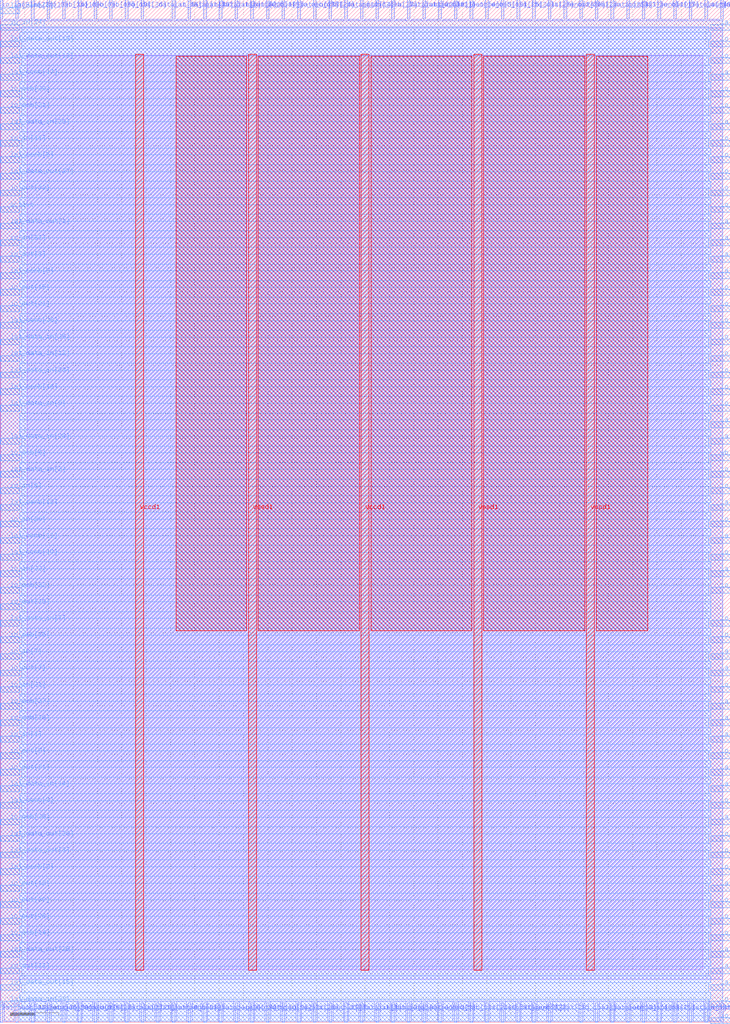
<source format=lef>
VERSION 5.7 ;
  NOWIREEXTENSIONATPIN ON ;
  DIVIDERCHAR "/" ;
  BUSBITCHARS "[]" ;
MACRO wrapped_rgb_mixer
  CLASS BLOCK ;
  FOREIGN wrapped_rgb_mixer ;
  ORIGIN 0.000 0.000 ;
  SIZE 150.000 BY 210.000 ;
  PIN active
    DIRECTION INPUT ;
    USE SIGNAL ;
    PORT
      LAYER met3 ;
        RECT 0.000 166.340 4.000 167.540 ;
    END
  END active
  PIN io_in[0]
    DIRECTION INPUT ;
    USE SIGNAL ;
    PORT
      LAYER met2 ;
        RECT 54.690 0.000 55.250 4.000 ;
    END
  END io_in[0]
  PIN io_in[10]
    DIRECTION INPUT ;
    USE SIGNAL ;
    PORT
      LAYER met2 ;
        RECT 70.790 206.000 71.350 210.000 ;
    END
  END io_in[10]
  PIN io_in[11]
    DIRECTION INPUT ;
    USE SIGNAL ;
    PORT
      LAYER met3 ;
        RECT 0.000 179.940 4.000 181.140 ;
    END
  END io_in[11]
  PIN io_in[12]
    DIRECTION INPUT ;
    USE SIGNAL ;
    PORT
      LAYER met3 ;
        RECT 146.000 179.940 150.000 181.140 ;
    END
  END io_in[12]
  PIN io_in[13]
    DIRECTION INPUT ;
    USE SIGNAL ;
    PORT
      LAYER met2 ;
        RECT 83.670 0.000 84.230 4.000 ;
    END
  END io_in[13]
  PIN io_in[14]
    DIRECTION INPUT ;
    USE SIGNAL ;
    PORT
      LAYER met2 ;
        RECT 38.590 206.000 39.150 210.000 ;
    END
  END io_in[14]
  PIN io_in[15]
    DIRECTION INPUT ;
    USE SIGNAL ;
    PORT
      LAYER met3 ;
        RECT 146.000 186.740 150.000 187.940 ;
    END
  END io_in[15]
  PIN io_in[16]
    DIRECTION INPUT ;
    USE SIGNAL ;
    PORT
      LAYER met3 ;
        RECT 146.000 43.940 150.000 45.140 ;
    END
  END io_in[16]
  PIN io_in[17]
    DIRECTION INPUT ;
    USE SIGNAL ;
    PORT
      LAYER met2 ;
        RECT 6.390 206.000 6.950 210.000 ;
    END
  END io_in[17]
  PIN io_in[18]
    DIRECTION INPUT ;
    USE SIGNAL ;
    PORT
      LAYER met2 ;
        RECT 12.830 206.000 13.390 210.000 ;
    END
  END io_in[18]
  PIN io_in[19]
    DIRECTION INPUT ;
    USE SIGNAL ;
    PORT
      LAYER met3 ;
        RECT 146.000 3.140 150.000 4.340 ;
    END
  END io_in[19]
  PIN io_in[1]
    DIRECTION INPUT ;
    USE SIGNAL ;
    PORT
      LAYER met3 ;
        RECT 0.000 57.540 4.000 58.740 ;
    END
  END io_in[1]
  PIN io_in[20]
    DIRECTION INPUT ;
    USE SIGNAL ;
    PORT
      LAYER met3 ;
        RECT 0.000 101.740 4.000 102.940 ;
    END
  END io_in[20]
  PIN io_in[21]
    DIRECTION INPUT ;
    USE SIGNAL ;
    PORT
      LAYER met3 ;
        RECT 0.000 67.740 4.000 68.940 ;
    END
  END io_in[21]
  PIN io_in[22]
    DIRECTION INPUT ;
    USE SIGNAL ;
    PORT
      LAYER met3 ;
        RECT 146.000 88.140 150.000 89.340 ;
    END
  END io_in[22]
  PIN io_in[23]
    DIRECTION INPUT ;
    USE SIGNAL ;
    PORT
      LAYER met2 ;
        RECT 3.170 206.000 3.730 210.000 ;
    END
  END io_in[23]
  PIN io_in[24]
    DIRECTION INPUT ;
    USE SIGNAL ;
    PORT
      LAYER met3 ;
        RECT 0.000 203.740 4.000 204.940 ;
    END
  END io_in[24]
  PIN io_in[25]
    DIRECTION INPUT ;
    USE SIGNAL ;
    PORT
      LAYER met2 ;
        RECT 135.190 0.000 135.750 4.000 ;
    END
  END io_in[25]
  PIN io_in[26]
    DIRECTION INPUT ;
    USE SIGNAL ;
    PORT
      LAYER met2 ;
        RECT 131.970 0.000 132.530 4.000 ;
    END
  END io_in[26]
  PIN io_in[27]
    DIRECTION INPUT ;
    USE SIGNAL ;
    PORT
      LAYER met3 ;
        RECT 146.000 67.740 150.000 68.940 ;
    END
  END io_in[27]
  PIN io_in[28]
    DIRECTION INPUT ;
    USE SIGNAL ;
    PORT
      LAYER met2 ;
        RECT 119.090 0.000 119.650 4.000 ;
    END
  END io_in[28]
  PIN io_in[29]
    DIRECTION INPUT ;
    USE SIGNAL ;
    PORT
      LAYER met2 ;
        RECT 148.070 206.000 148.630 210.000 ;
    END
  END io_in[29]
  PIN io_in[2]
    DIRECTION INPUT ;
    USE SIGNAL ;
    PORT
      LAYER met2 ;
        RECT 57.910 0.000 58.470 4.000 ;
    END
  END io_in[2]
  PIN io_in[30]
    DIRECTION INPUT ;
    USE SIGNAL ;
    PORT
      LAYER met3 ;
        RECT 146.000 101.740 150.000 102.940 ;
    END
  END io_in[30]
  PIN io_in[31]
    DIRECTION INPUT ;
    USE SIGNAL ;
    PORT
      LAYER met3 ;
        RECT 0.000 159.540 4.000 160.740 ;
    END
  END io_in[31]
  PIN io_in[32]
    DIRECTION INPUT ;
    USE SIGNAL ;
    PORT
      LAYER met2 ;
        RECT 109.430 0.000 109.990 4.000 ;
    END
  END io_in[32]
  PIN io_in[33]
    DIRECTION INPUT ;
    USE SIGNAL ;
    PORT
      LAYER met3 ;
        RECT 0.000 91.540 4.000 92.740 ;
    END
  END io_in[33]
  PIN io_in[34]
    DIRECTION INPUT ;
    USE SIGNAL ;
    PORT
      LAYER met2 ;
        RECT 106.210 206.000 106.770 210.000 ;
    END
  END io_in[34]
  PIN io_in[35]
    DIRECTION INPUT ;
    USE SIGNAL ;
    PORT
      LAYER met2 ;
        RECT 125.530 206.000 126.090 210.000 ;
    END
  END io_in[35]
  PIN io_in[36]
    DIRECTION INPUT ;
    USE SIGNAL ;
    PORT
      LAYER met3 ;
        RECT 146.000 142.540 150.000 143.740 ;
    END
  END io_in[36]
  PIN io_in[37]
    DIRECTION INPUT ;
    USE SIGNAL ;
    PORT
      LAYER met2 ;
        RECT 128.750 206.000 129.310 210.000 ;
    END
  END io_in[37]
  PIN io_in[3]
    DIRECTION INPUT ;
    USE SIGNAL ;
    PORT
      LAYER met2 ;
        RECT 74.010 206.000 74.570 210.000 ;
    END
  END io_in[3]
  PIN io_in[4]
    DIRECTION INPUT ;
    USE SIGNAL ;
    PORT
      LAYER met3 ;
        RECT 146.000 139.140 150.000 140.340 ;
    END
  END io_in[4]
  PIN io_in[5]
    DIRECTION INPUT ;
    USE SIGNAL ;
    PORT
      LAYER met3 ;
        RECT 146.000 200.340 150.000 201.540 ;
    END
  END io_in[5]
  PIN io_in[6]
    DIRECTION INPUT ;
    USE SIGNAL ;
    PORT
      LAYER met3 ;
        RECT 0.000 108.540 4.000 109.740 ;
    END
  END io_in[6]
  PIN io_in[7]
    DIRECTION INPUT ;
    USE SIGNAL ;
    PORT
      LAYER met3 ;
        RECT 0.000 74.540 4.000 75.740 ;
    END
  END io_in[7]
  PIN io_in[8]
    DIRECTION INPUT ;
    USE SIGNAL ;
    PORT
      LAYER met3 ;
        RECT 146.000 149.340 150.000 150.540 ;
    END
  END io_in[8]
  PIN io_in[9]
    DIRECTION INPUT ;
    USE SIGNAL ;
    PORT
      LAYER met2 ;
        RECT -0.050 206.000 0.510 210.000 ;
    END
  END io_in[9]
  PIN io_oeb[0]
    DIRECTION OUTPUT TRISTATE ;
    USE SIGNAL ;
    PORT
      LAYER met2 ;
        RECT 93.330 0.000 93.890 4.000 ;
    END
  END io_oeb[0]
  PIN io_oeb[10]
    DIRECTION OUTPUT TRISTATE ;
    USE SIGNAL ;
    PORT
      LAYER met3 ;
        RECT 0.000 60.940 4.000 62.140 ;
    END
  END io_oeb[10]
  PIN io_oeb[11]
    DIRECTION OUTPUT TRISTATE ;
    USE SIGNAL ;
    PORT
      LAYER met3 ;
        RECT 146.000 132.340 150.000 133.540 ;
    END
  END io_oeb[11]
  PIN io_oeb[12]
    DIRECTION OUTPUT TRISTATE ;
    USE SIGNAL ;
    PORT
      LAYER met3 ;
        RECT 146.000 81.340 150.000 82.540 ;
    END
  END io_oeb[12]
  PIN io_oeb[13]
    DIRECTION OUTPUT TRISTATE ;
    USE SIGNAL ;
    PORT
      LAYER met3 ;
        RECT 146.000 77.940 150.000 79.140 ;
    END
  END io_oeb[13]
  PIN io_oeb[14]
    DIRECTION OUTPUT TRISTATE ;
    USE SIGNAL ;
    PORT
      LAYER met3 ;
        RECT 0.000 16.740 4.000 17.940 ;
    END
  END io_oeb[14]
  PIN io_oeb[15]
    DIRECTION OUTPUT TRISTATE ;
    USE SIGNAL ;
    PORT
      LAYER met2 ;
        RECT 19.270 206.000 19.830 210.000 ;
    END
  END io_oeb[15]
  PIN io_oeb[16]
    DIRECTION OUTPUT TRISTATE ;
    USE SIGNAL ;
    PORT
      LAYER met3 ;
        RECT 146.000 37.140 150.000 38.340 ;
    END
  END io_oeb[16]
  PIN io_oeb[17]
    DIRECTION OUTPUT TRISTATE ;
    USE SIGNAL ;
    PORT
      LAYER met2 ;
        RECT 48.250 0.000 48.810 4.000 ;
    END
  END io_oeb[17]
  PIN io_oeb[18]
    DIRECTION OUTPUT TRISTATE ;
    USE SIGNAL ;
    PORT
      LAYER met2 ;
        RECT 99.770 206.000 100.330 210.000 ;
    END
  END io_oeb[18]
  PIN io_oeb[19]
    DIRECTION OUTPUT TRISTATE ;
    USE SIGNAL ;
    PORT
      LAYER met2 ;
        RECT 22.490 206.000 23.050 210.000 ;
    END
  END io_oeb[19]
  PIN io_oeb[1]
    DIRECTION OUTPUT TRISTATE ;
    USE SIGNAL ;
    PORT
      LAYER met2 ;
        RECT 141.630 0.000 142.190 4.000 ;
    END
  END io_oeb[1]
  PIN io_oeb[20]
    DIRECTION OUTPUT TRISTATE ;
    USE SIGNAL ;
    PORT
      LAYER met3 ;
        RECT 146.000 108.540 150.000 109.740 ;
    END
  END io_oeb[20]
  PIN io_oeb[21]
    DIRECTION OUTPUT TRISTATE ;
    USE SIGNAL ;
    PORT
      LAYER met3 ;
        RECT 0.000 186.740 4.000 187.940 ;
    END
  END io_oeb[21]
  PIN io_oeb[22]
    DIRECTION OUTPUT TRISTATE ;
    USE SIGNAL ;
    PORT
      LAYER met2 ;
        RECT 19.270 0.000 19.830 4.000 ;
    END
  END io_oeb[22]
  PIN io_oeb[23]
    DIRECTION OUTPUT TRISTATE ;
    USE SIGNAL ;
    PORT
      LAYER met2 ;
        RECT 61.130 206.000 61.690 210.000 ;
    END
  END io_oeb[23]
  PIN io_oeb[24]
    DIRECTION OUTPUT TRISTATE ;
    USE SIGNAL ;
    PORT
      LAYER met2 ;
        RECT 64.350 206.000 64.910 210.000 ;
    END
  END io_oeb[24]
  PIN io_oeb[25]
    DIRECTION OUTPUT TRISTATE ;
    USE SIGNAL ;
    PORT
      LAYER met3 ;
        RECT 146.000 20.140 150.000 21.340 ;
    END
  END io_oeb[25]
  PIN io_oeb[26]
    DIRECTION OUTPUT TRISTATE ;
    USE SIGNAL ;
    PORT
      LAYER met3 ;
        RECT 146.000 169.740 150.000 170.940 ;
    END
  END io_oeb[26]
  PIN io_oeb[27]
    DIRECTION OUTPUT TRISTATE ;
    USE SIGNAL ;
    PORT
      LAYER met2 ;
        RECT 77.230 206.000 77.790 210.000 ;
    END
  END io_oeb[27]
  PIN io_oeb[28]
    DIRECTION OUTPUT TRISTATE ;
    USE SIGNAL ;
    PORT
      LAYER met3 ;
        RECT 146.000 -0.260 150.000 0.940 ;
    END
  END io_oeb[28]
  PIN io_oeb[29]
    DIRECTION OUTPUT TRISTATE ;
    USE SIGNAL ;
    PORT
      LAYER met3 ;
        RECT 146.000 145.940 150.000 147.140 ;
    END
  END io_oeb[29]
  PIN io_oeb[2]
    DIRECTION OUTPUT TRISTATE ;
    USE SIGNAL ;
    PORT
      LAYER met2 ;
        RECT 119.090 206.000 119.650 210.000 ;
    END
  END io_oeb[2]
  PIN io_oeb[30]
    DIRECTION OUTPUT TRISTATE ;
    USE SIGNAL ;
    PORT
      LAYER met3 ;
        RECT 0.000 190.140 4.000 191.340 ;
    END
  END io_oeb[30]
  PIN io_oeb[31]
    DIRECTION OUTPUT TRISTATE ;
    USE SIGNAL ;
    PORT
      LAYER met2 ;
        RECT 148.070 0.000 148.630 4.000 ;
    END
  END io_oeb[31]
  PIN io_oeb[32]
    DIRECTION OUTPUT TRISTATE ;
    USE SIGNAL ;
    PORT
      LAYER met3 ;
        RECT 0.000 88.140 4.000 89.340 ;
    END
  END io_oeb[32]
  PIN io_oeb[33]
    DIRECTION OUTPUT TRISTATE ;
    USE SIGNAL ;
    PORT
      LAYER met3 ;
        RECT 146.000 23.540 150.000 24.740 ;
    END
  END io_oeb[33]
  PIN io_oeb[34]
    DIRECTION OUTPUT TRISTATE ;
    USE SIGNAL ;
    PORT
      LAYER met2 ;
        RECT 9.610 206.000 10.170 210.000 ;
    END
  END io_oeb[34]
  PIN io_oeb[35]
    DIRECTION OUTPUT TRISTATE ;
    USE SIGNAL ;
    PORT
      LAYER met3 ;
        RECT 0.000 77.940 4.000 79.140 ;
    END
  END io_oeb[35]
  PIN io_oeb[36]
    DIRECTION OUTPUT TRISTATE ;
    USE SIGNAL ;
    PORT
      LAYER met3 ;
        RECT 0.000 40.540 4.000 41.740 ;
    END
  END io_oeb[36]
  PIN io_oeb[37]
    DIRECTION OUTPUT TRISTATE ;
    USE SIGNAL ;
    PORT
      LAYER met3 ;
        RECT 0.000 64.340 4.000 65.540 ;
    END
  END io_oeb[37]
  PIN io_oeb[3]
    DIRECTION OUTPUT TRISTATE ;
    USE SIGNAL ;
    PORT
      LAYER met2 ;
        RECT 90.110 0.000 90.670 4.000 ;
    END
  END io_oeb[3]
  PIN io_oeb[4]
    DIRECTION OUTPUT TRISTATE ;
    USE SIGNAL ;
    PORT
      LAYER met3 ;
        RECT 146.000 30.340 150.000 31.540 ;
    END
  END io_oeb[4]
  PIN io_oeb[5]
    DIRECTION OUTPUT TRISTATE ;
    USE SIGNAL ;
    PORT
      LAYER met3 ;
        RECT 0.000 115.340 4.000 116.540 ;
    END
  END io_oeb[5]
  PIN io_oeb[6]
    DIRECTION OUTPUT TRISTATE ;
    USE SIGNAL ;
    PORT
      LAYER met3 ;
        RECT 146.000 94.940 150.000 96.140 ;
    END
  END io_oeb[6]
  PIN io_oeb[7]
    DIRECTION OUTPUT TRISTATE ;
    USE SIGNAL ;
    PORT
      LAYER met2 ;
        RECT 16.050 206.000 16.610 210.000 ;
    END
  END io_oeb[7]
  PIN io_oeb[8]
    DIRECTION OUTPUT TRISTATE ;
    USE SIGNAL ;
    PORT
      LAYER met2 ;
        RECT 16.050 0.000 16.610 4.000 ;
    END
  END io_oeb[8]
  PIN io_oeb[9]
    DIRECTION OUTPUT TRISTATE ;
    USE SIGNAL ;
    PORT
      LAYER met2 ;
        RECT 38.590 0.000 39.150 4.000 ;
    END
  END io_oeb[9]
  PIN io_out[0]
    DIRECTION OUTPUT TRISTATE ;
    USE SIGNAL ;
    PORT
      LAYER met3 ;
        RECT 146.000 196.940 150.000 198.140 ;
    END
  END io_out[0]
  PIN io_out[10]
    DIRECTION OUTPUT TRISTATE ;
    USE SIGNAL ;
    PORT
      LAYER met3 ;
        RECT 146.000 128.940 150.000 130.140 ;
    END
  END io_out[10]
  PIN io_out[11]
    DIRECTION OUTPUT TRISTATE ;
    USE SIGNAL ;
    PORT
      LAYER met3 ;
        RECT 0.000 9.940 4.000 11.140 ;
    END
  END io_out[11]
  PIN io_out[12]
    DIRECTION OUTPUT TRISTATE ;
    USE SIGNAL ;
    PORT
      LAYER met3 ;
        RECT 0.000 26.940 4.000 28.140 ;
    END
  END io_out[12]
  PIN io_out[13]
    DIRECTION OUTPUT TRISTATE ;
    USE SIGNAL ;
    PORT
      LAYER met2 ;
        RECT 144.850 0.000 145.410 4.000 ;
    END
  END io_out[13]
  PIN io_out[14]
    DIRECTION OUTPUT TRISTATE ;
    USE SIGNAL ;
    PORT
      LAYER met3 ;
        RECT 146.000 173.140 150.000 174.340 ;
    END
  END io_out[14]
  PIN io_out[15]
    DIRECTION OUTPUT TRISTATE ;
    USE SIGNAL ;
    PORT
      LAYER met3 ;
        RECT 0.000 149.340 4.000 150.540 ;
    END
  END io_out[15]
  PIN io_out[16]
    DIRECTION OUTPUT TRISTATE ;
    USE SIGNAL ;
    PORT
      LAYER met3 ;
        RECT 146.000 125.540 150.000 126.740 ;
    END
  END io_out[16]
  PIN io_out[17]
    DIRECTION OUTPUT TRISTATE ;
    USE SIGNAL ;
    PORT
      LAYER met2 ;
        RECT 135.190 206.000 135.750 210.000 ;
    END
  END io_out[17]
  PIN io_out[18]
    DIRECTION OUTPUT TRISTATE ;
    USE SIGNAL ;
    PORT
      LAYER met3 ;
        RECT 146.000 16.740 150.000 17.940 ;
    END
  END io_out[18]
  PIN io_out[19]
    DIRECTION OUTPUT TRISTATE ;
    USE SIGNAL ;
    PORT
      LAYER met3 ;
        RECT 0.000 84.740 4.000 85.940 ;
    END
  END io_out[19]
  PIN io_out[1]
    DIRECTION OUTPUT TRISTATE ;
    USE SIGNAL ;
    PORT
      LAYER met2 ;
        RECT 90.110 206.000 90.670 210.000 ;
    END
  END io_out[1]
  PIN io_out[20]
    DIRECTION OUTPUT TRISTATE ;
    USE SIGNAL ;
    PORT
      LAYER met2 ;
        RECT 115.870 206.000 116.430 210.000 ;
    END
  END io_out[20]
  PIN io_out[21]
    DIRECTION OUTPUT TRISTATE ;
    USE SIGNAL ;
    PORT
      LAYER met3 ;
        RECT 0.000 145.940 4.000 147.140 ;
    END
  END io_out[21]
  PIN io_out[22]
    DIRECTION OUTPUT TRISTATE ;
    USE SIGNAL ;
    PORT
      LAYER met2 ;
        RECT 112.650 0.000 113.210 4.000 ;
    END
  END io_out[22]
  PIN io_out[23]
    DIRECTION OUTPUT TRISTATE ;
    USE SIGNAL ;
    PORT
      LAYER met3 ;
        RECT 146.000 111.940 150.000 113.140 ;
    END
  END io_out[23]
  PIN io_out[24]
    DIRECTION OUTPUT TRISTATE ;
    USE SIGNAL ;
    PORT
      LAYER met2 ;
        RECT 96.550 0.000 97.110 4.000 ;
    END
  END io_out[24]
  PIN io_out[25]
    DIRECTION OUTPUT TRISTATE ;
    USE SIGNAL ;
    PORT
      LAYER met2 ;
        RECT 102.990 206.000 103.550 210.000 ;
    END
  END io_out[25]
  PIN io_out[26]
    DIRECTION OUTPUT TRISTATE ;
    USE SIGNAL ;
    PORT
      LAYER met3 ;
        RECT 0.000 20.140 4.000 21.340 ;
    END
  END io_out[26]
  PIN io_out[27]
    DIRECTION OUTPUT TRISTATE ;
    USE SIGNAL ;
    PORT
      LAYER met2 ;
        RECT 109.430 206.000 109.990 210.000 ;
    END
  END io_out[27]
  PIN io_out[28]
    DIRECTION OUTPUT TRISTATE ;
    USE SIGNAL ;
    PORT
      LAYER met2 ;
        RECT 61.130 0.000 61.690 4.000 ;
    END
  END io_out[28]
  PIN io_out[29]
    DIRECTION OUTPUT TRISTATE ;
    USE SIGNAL ;
    PORT
      LAYER met3 ;
        RECT 146.000 33.740 150.000 34.940 ;
    END
  END io_out[29]
  PIN io_out[2]
    DIRECTION OUTPUT TRISTATE ;
    USE SIGNAL ;
    PORT
      LAYER met2 ;
        RECT 25.710 0.000 26.270 4.000 ;
    END
  END io_out[2]
  PIN io_out[30]
    DIRECTION OUTPUT TRISTATE ;
    USE SIGNAL ;
    PORT
      LAYER met3 ;
        RECT 0.000 23.540 4.000 24.740 ;
    END
  END io_out[30]
  PIN io_out[31]
    DIRECTION OUTPUT TRISTATE ;
    USE SIGNAL ;
    PORT
      LAYER met3 ;
        RECT 0.000 50.740 4.000 51.940 ;
    END
  END io_out[31]
  PIN io_out[32]
    DIRECTION OUTPUT TRISTATE ;
    USE SIGNAL ;
    PORT
      LAYER met3 ;
        RECT 0.000 169.740 4.000 170.940 ;
    END
  END io_out[32]
  PIN io_out[33]
    DIRECTION OUTPUT TRISTATE ;
    USE SIGNAL ;
    PORT
      LAYER met3 ;
        RECT 146.000 54.140 150.000 55.340 ;
    END
  END io_out[33]
  PIN io_out[34]
    DIRECTION OUTPUT TRISTATE ;
    USE SIGNAL ;
    PORT
      LAYER met3 ;
        RECT 146.000 176.540 150.000 177.740 ;
    END
  END io_out[34]
  PIN io_out[35]
    DIRECTION OUTPUT TRISTATE ;
    USE SIGNAL ;
    PORT
      LAYER met3 ;
        RECT 146.000 166.340 150.000 167.540 ;
    END
  END io_out[35]
  PIN io_out[36]
    DIRECTION OUTPUT TRISTATE ;
    USE SIGNAL ;
    PORT
      LAYER met2 ;
        RECT 25.710 206.000 26.270 210.000 ;
    END
  END io_out[36]
  PIN io_out[37]
    DIRECTION OUTPUT TRISTATE ;
    USE SIGNAL ;
    PORT
      LAYER met3 ;
        RECT 146.000 190.140 150.000 191.340 ;
    END
  END io_out[37]
  PIN io_out[3]
    DIRECTION OUTPUT TRISTATE ;
    USE SIGNAL ;
    PORT
      LAYER met3 ;
        RECT 0.000 156.140 4.000 157.340 ;
    END
  END io_out[3]
  PIN io_out[4]
    DIRECTION OUTPUT TRISTATE ;
    USE SIGNAL ;
    PORT
      LAYER met3 ;
        RECT 146.000 135.740 150.000 136.940 ;
    END
  END io_out[4]
  PIN io_out[5]
    DIRECTION OUTPUT TRISTATE ;
    USE SIGNAL ;
    PORT
      LAYER met2 ;
        RECT 54.690 206.000 55.250 210.000 ;
    END
  END io_out[5]
  PIN io_out[6]
    DIRECTION OUTPUT TRISTATE ;
    USE SIGNAL ;
    PORT
      LAYER met2 ;
        RECT 141.630 206.000 142.190 210.000 ;
    END
  END io_out[6]
  PIN io_out[7]
    DIRECTION OUTPUT TRISTATE ;
    USE SIGNAL ;
    PORT
      LAYER met3 ;
        RECT 0.000 71.140 4.000 72.340 ;
    END
  END io_out[7]
  PIN io_out[8]
    DIRECTION OUTPUT TRISTATE ;
    USE SIGNAL ;
    PORT
      LAYER met2 ;
        RECT 67.570 0.000 68.130 4.000 ;
    END
  END io_out[8]
  PIN io_out[9]
    DIRECTION OUTPUT TRISTATE ;
    USE SIGNAL ;
    PORT
      LAYER met3 ;
        RECT 0.000 54.140 4.000 55.340 ;
    END
  END io_out[9]
  PIN la1_data_in[0]
    DIRECTION INPUT ;
    USE SIGNAL ;
    PORT
      LAYER met3 ;
        RECT 146.000 57.540 150.000 58.740 ;
    END
  END la1_data_in[0]
  PIN la1_data_in[10]
    DIRECTION INPUT ;
    USE SIGNAL ;
    PORT
      LAYER met2 ;
        RECT 77.230 0.000 77.790 4.000 ;
    END
  END la1_data_in[10]
  PIN la1_data_in[11]
    DIRECTION INPUT ;
    USE SIGNAL ;
    PORT
      LAYER met3 ;
        RECT 146.000 50.740 150.000 51.940 ;
    END
  END la1_data_in[11]
  PIN la1_data_in[12]
    DIRECTION INPUT ;
    USE SIGNAL ;
    PORT
      LAYER met3 ;
        RECT 0.000 135.740 4.000 136.940 ;
    END
  END la1_data_in[12]
  PIN la1_data_in[13]
    DIRECTION INPUT ;
    USE SIGNAL ;
    PORT
      LAYER met2 ;
        RECT 122.310 0.000 122.870 4.000 ;
    END
  END la1_data_in[13]
  PIN la1_data_in[14]
    DIRECTION INPUT ;
    USE SIGNAL ;
    PORT
      LAYER met3 ;
        RECT 0.000 47.340 4.000 48.540 ;
    END
  END la1_data_in[14]
  PIN la1_data_in[15]
    DIRECTION INPUT ;
    USE SIGNAL ;
    PORT
      LAYER met2 ;
        RECT 28.930 206.000 29.490 210.000 ;
    END
  END la1_data_in[15]
  PIN la1_data_in[16]
    DIRECTION INPUT ;
    USE SIGNAL ;
    PORT
      LAYER met2 ;
        RECT 83.670 206.000 84.230 210.000 ;
    END
  END la1_data_in[16]
  PIN la1_data_in[17]
    DIRECTION INPUT ;
    USE SIGNAL ;
    PORT
      LAYER met2 ;
        RECT 57.910 206.000 58.470 210.000 ;
    END
  END la1_data_in[17]
  PIN la1_data_in[18]
    DIRECTION INPUT ;
    USE SIGNAL ;
    PORT
      LAYER met3 ;
        RECT 146.000 6.540 150.000 7.740 ;
    END
  END la1_data_in[18]
  PIN la1_data_in[19]
    DIRECTION INPUT ;
    USE SIGNAL ;
    PORT
      LAYER met2 ;
        RECT 35.370 206.000 35.930 210.000 ;
    END
  END la1_data_in[19]
  PIN la1_data_in[1]
    DIRECTION INPUT ;
    USE SIGNAL ;
    PORT
      LAYER met2 ;
        RECT 70.790 0.000 71.350 4.000 ;
    END
  END la1_data_in[1]
  PIN la1_data_in[20]
    DIRECTION INPUT ;
    USE SIGNAL ;
    PORT
      LAYER met3 ;
        RECT 0.000 132.340 4.000 133.540 ;
    END
  END la1_data_in[20]
  PIN la1_data_in[21]
    DIRECTION INPUT ;
    USE SIGNAL ;
    PORT
      LAYER met2 ;
        RECT 144.850 206.000 145.410 210.000 ;
    END
  END la1_data_in[21]
  PIN la1_data_in[22]
    DIRECTION INPUT ;
    USE SIGNAL ;
    PORT
      LAYER met3 ;
        RECT 146.000 60.940 150.000 62.140 ;
    END
  END la1_data_in[22]
  PIN la1_data_in[23]
    DIRECTION INPUT ;
    USE SIGNAL ;
    PORT
      LAYER met3 ;
        RECT 0.000 3.140 4.000 4.340 ;
    END
  END la1_data_in[23]
  PIN la1_data_in[24]
    DIRECTION INPUT ;
    USE SIGNAL ;
    PORT
      LAYER met2 ;
        RECT 51.470 0.000 52.030 4.000 ;
    END
  END la1_data_in[24]
  PIN la1_data_in[25]
    DIRECTION INPUT ;
    USE SIGNAL ;
    PORT
      LAYER met3 ;
        RECT 0.000 139.140 4.000 140.340 ;
    END
  END la1_data_in[25]
  PIN la1_data_in[26]
    DIRECTION INPUT ;
    USE SIGNAL ;
    PORT
      LAYER met3 ;
        RECT 146.000 40.540 150.000 41.740 ;
    END
  END la1_data_in[26]
  PIN la1_data_in[27]
    DIRECTION INPUT ;
    USE SIGNAL ;
    PORT
      LAYER met2 ;
        RECT 102.990 0.000 103.550 4.000 ;
    END
  END la1_data_in[27]
  PIN la1_data_in[28]
    DIRECTION INPUT ;
    USE SIGNAL ;
    PORT
      LAYER met3 ;
        RECT 0.000 118.740 4.000 119.940 ;
    END
  END la1_data_in[28]
  PIN la1_data_in[29]
    DIRECTION INPUT ;
    USE SIGNAL ;
    PORT
      LAYER met3 ;
        RECT 0.000 183.340 4.000 184.540 ;
    END
  END la1_data_in[29]
  PIN la1_data_in[2]
    DIRECTION INPUT ;
    USE SIGNAL ;
    PORT
      LAYER met2 ;
        RECT 41.810 0.000 42.370 4.000 ;
    END
  END la1_data_in[2]
  PIN la1_data_in[30]
    DIRECTION INPUT ;
    USE SIGNAL ;
    PORT
      LAYER met2 ;
        RECT 6.390 0.000 6.950 4.000 ;
    END
  END la1_data_in[30]
  PIN la1_data_in[31]
    DIRECTION INPUT ;
    USE SIGNAL ;
    PORT
      LAYER met2 ;
        RECT 138.410 0.000 138.970 4.000 ;
    END
  END la1_data_in[31]
  PIN la1_data_in[3]
    DIRECTION INPUT ;
    USE SIGNAL ;
    PORT
      LAYER met3 ;
        RECT 0.000 111.940 4.000 113.140 ;
    END
  END la1_data_in[3]
  PIN la1_data_in[4]
    DIRECTION INPUT ;
    USE SIGNAL ;
    PORT
      LAYER met2 ;
        RECT 122.310 206.000 122.870 210.000 ;
    END
  END la1_data_in[4]
  PIN la1_data_in[5]
    DIRECTION INPUT ;
    USE SIGNAL ;
    PORT
      LAYER met3 ;
        RECT 146.000 118.740 150.000 119.940 ;
    END
  END la1_data_in[5]
  PIN la1_data_in[6]
    DIRECTION INPUT ;
    USE SIGNAL ;
    PORT
      LAYER met2 ;
        RECT 41.810 206.000 42.370 210.000 ;
    END
  END la1_data_in[6]
  PIN la1_data_in[7]
    DIRECTION INPUT ;
    USE SIGNAL ;
    PORT
      LAYER met3 ;
        RECT 0.000 81.340 4.000 82.540 ;
    END
  END la1_data_in[7]
  PIN la1_data_in[8]
    DIRECTION INPUT ;
    USE SIGNAL ;
    PORT
      LAYER met2 ;
        RECT 45.030 206.000 45.590 210.000 ;
    END
  END la1_data_in[8]
  PIN la1_data_in[9]
    DIRECTION INPUT ;
    USE SIGNAL ;
    PORT
      LAYER met3 ;
        RECT 0.000 125.540 4.000 126.740 ;
    END
  END la1_data_in[9]
  PIN la1_data_out[0]
    DIRECTION OUTPUT TRISTATE ;
    USE SIGNAL ;
    PORT
      LAYER met2 ;
        RECT 28.930 0.000 29.490 4.000 ;
    END
  END la1_data_out[0]
  PIN la1_data_out[10]
    DIRECTION OUTPUT TRISTATE ;
    USE SIGNAL ;
    PORT
      LAYER met3 ;
        RECT 146.000 71.140 150.000 72.340 ;
    END
  END la1_data_out[10]
  PIN la1_data_out[11]
    DIRECTION OUTPUT TRISTATE ;
    USE SIGNAL ;
    PORT
      LAYER met2 ;
        RECT 80.450 0.000 81.010 4.000 ;
    END
  END la1_data_out[11]
  PIN la1_data_out[12]
    DIRECTION OUTPUT TRISTATE ;
    USE SIGNAL ;
    PORT
      LAYER met3 ;
        RECT 146.000 193.540 150.000 194.740 ;
    END
  END la1_data_out[12]
  PIN la1_data_out[13]
    DIRECTION OUTPUT TRISTATE ;
    USE SIGNAL ;
    PORT
      LAYER met3 ;
        RECT 0.000 196.940 4.000 198.140 ;
    END
  END la1_data_out[13]
  PIN la1_data_out[14]
    DIRECTION OUTPUT TRISTATE ;
    USE SIGNAL ;
    PORT
      LAYER met2 ;
        RECT 67.570 206.000 68.130 210.000 ;
    END
  END la1_data_out[14]
  PIN la1_data_out[15]
    DIRECTION OUTPUT TRISTATE ;
    USE SIGNAL ;
    PORT
      LAYER met3 ;
        RECT 0.000 6.540 4.000 7.740 ;
    END
  END la1_data_out[15]
  PIN la1_data_out[16]
    DIRECTION OUTPUT TRISTATE ;
    USE SIGNAL ;
    PORT
      LAYER met3 ;
        RECT 146.000 91.540 150.000 92.740 ;
    END
  END la1_data_out[16]
  PIN la1_data_out[17]
    DIRECTION OUTPUT TRISTATE ;
    USE SIGNAL ;
    PORT
      LAYER met3 ;
        RECT 146.000 159.540 150.000 160.740 ;
    END
  END la1_data_out[17]
  PIN la1_data_out[18]
    DIRECTION OUTPUT TRISTATE ;
    USE SIGNAL ;
    PORT
      LAYER met3 ;
        RECT 0.000 200.340 4.000 201.540 ;
    END
  END la1_data_out[18]
  PIN la1_data_out[19]
    DIRECTION OUTPUT TRISTATE ;
    USE SIGNAL ;
    PORT
      LAYER met3 ;
        RECT 146.000 122.140 150.000 123.340 ;
    END
  END la1_data_out[19]
  PIN la1_data_out[1]
    DIRECTION OUTPUT TRISTATE ;
    USE SIGNAL ;
    PORT
      LAYER met3 ;
        RECT 0.000 162.940 4.000 164.140 ;
    END
  END la1_data_out[1]
  PIN la1_data_out[20]
    DIRECTION OUTPUT TRISTATE ;
    USE SIGNAL ;
    PORT
      LAYER met3 ;
        RECT 0.000 37.140 4.000 38.340 ;
    END
  END la1_data_out[20]
  PIN la1_data_out[21]
    DIRECTION OUTPUT TRISTATE ;
    USE SIGNAL ;
    PORT
      LAYER met3 ;
        RECT 146.000 183.340 150.000 184.540 ;
    END
  END la1_data_out[21]
  PIN la1_data_out[22]
    DIRECTION OUTPUT TRISTATE ;
    USE SIGNAL ;
    PORT
      LAYER met2 ;
        RECT 80.450 206.000 81.010 210.000 ;
    END
  END la1_data_out[22]
  PIN la1_data_out[23]
    DIRECTION OUTPUT TRISTATE ;
    USE SIGNAL ;
    PORT
      LAYER met2 ;
        RECT 45.030 0.000 45.590 4.000 ;
    END
  END la1_data_out[23]
  PIN la1_data_out[24]
    DIRECTION OUTPUT TRISTATE ;
    USE SIGNAL ;
    PORT
      LAYER met3 ;
        RECT 146.000 98.340 150.000 99.540 ;
    END
  END la1_data_out[24]
  PIN la1_data_out[25]
    DIRECTION OUTPUT TRISTATE ;
    USE SIGNAL ;
    PORT
      LAYER met3 ;
        RECT 0.000 13.340 4.000 14.540 ;
    END
  END la1_data_out[25]
  PIN la1_data_out[26]
    DIRECTION OUTPUT TRISTATE ;
    USE SIGNAL ;
    PORT
      LAYER met3 ;
        RECT 146.000 47.340 150.000 48.540 ;
    END
  END la1_data_out[26]
  PIN la1_data_out[27]
    DIRECTION OUTPUT TRISTATE ;
    USE SIGNAL ;
    PORT
      LAYER met3 ;
        RECT 0.000 173.140 4.000 174.340 ;
    END
  END la1_data_out[27]
  PIN la1_data_out[28]
    DIRECTION OUTPUT TRISTATE ;
    USE SIGNAL ;
    PORT
      LAYER met3 ;
        RECT 146.000 9.940 150.000 11.140 ;
    END
  END la1_data_out[28]
  PIN la1_data_out[29]
    DIRECTION OUTPUT TRISTATE ;
    USE SIGNAL ;
    PORT
      LAYER met2 ;
        RECT 22.490 0.000 23.050 4.000 ;
    END
  END la1_data_out[29]
  PIN la1_data_out[2]
    DIRECTION OUTPUT TRISTATE ;
    USE SIGNAL ;
    PORT
      LAYER met2 ;
        RECT 74.010 0.000 74.570 4.000 ;
    END
  END la1_data_out[2]
  PIN la1_data_out[30]
    DIRECTION OUTPUT TRISTATE ;
    USE SIGNAL ;
    PORT
      LAYER met3 ;
        RECT 146.000 74.540 150.000 75.740 ;
    END
  END la1_data_out[30]
  PIN la1_data_out[31]
    DIRECTION OUTPUT TRISTATE ;
    USE SIGNAL ;
    PORT
      LAYER met3 ;
        RECT 146.000 203.740 150.000 204.940 ;
    END
  END la1_data_out[31]
  PIN la1_data_out[3]
    DIRECTION OUTPUT TRISTATE ;
    USE SIGNAL ;
    PORT
      LAYER met3 ;
        RECT 0.000 33.740 4.000 34.940 ;
    END
  END la1_data_out[3]
  PIN la1_data_out[4]
    DIRECTION OUTPUT TRISTATE ;
    USE SIGNAL ;
    PORT
      LAYER met3 ;
        RECT 146.000 13.340 150.000 14.540 ;
    END
  END la1_data_out[4]
  PIN la1_data_out[5]
    DIRECTION OUTPUT TRISTATE ;
    USE SIGNAL ;
    PORT
      LAYER met2 ;
        RECT 12.830 0.000 13.390 4.000 ;
    END
  END la1_data_out[5]
  PIN la1_data_out[6]
    DIRECTION OUTPUT TRISTATE ;
    USE SIGNAL ;
    PORT
      LAYER met3 ;
        RECT 146.000 105.140 150.000 106.340 ;
    END
  END la1_data_out[6]
  PIN la1_data_out[7]
    DIRECTION OUTPUT TRISTATE ;
    USE SIGNAL ;
    PORT
      LAYER met2 ;
        RECT 3.170 0.000 3.730 4.000 ;
    END
  END la1_data_out[7]
  PIN la1_data_out[8]
    DIRECTION OUTPUT TRISTATE ;
    USE SIGNAL ;
    PORT
      LAYER met3 ;
        RECT 146.000 162.940 150.000 164.140 ;
    END
  END la1_data_out[8]
  PIN la1_data_out[9]
    DIRECTION OUTPUT TRISTATE ;
    USE SIGNAL ;
    PORT
      LAYER met2 ;
        RECT 138.410 206.000 138.970 210.000 ;
    END
  END la1_data_out[9]
  PIN la1_oenb[0]
    DIRECTION INPUT ;
    USE SIGNAL ;
    PORT
      LAYER met3 ;
        RECT 146.000 26.940 150.000 28.140 ;
    END
  END la1_oenb[0]
  PIN la1_oenb[10]
    DIRECTION INPUT ;
    USE SIGNAL ;
    PORT
      LAYER met2 ;
        RECT 131.970 206.000 132.530 210.000 ;
    END
  END la1_oenb[10]
  PIN la1_oenb[11]
    DIRECTION INPUT ;
    USE SIGNAL ;
    PORT
      LAYER met3 ;
        RECT 0.000 98.340 4.000 99.540 ;
    END
  END la1_oenb[11]
  PIN la1_oenb[12]
    DIRECTION INPUT ;
    USE SIGNAL ;
    PORT
      LAYER met3 ;
        RECT 0.000 105.140 4.000 106.340 ;
    END
  END la1_oenb[12]
  PIN la1_oenb[13]
    DIRECTION INPUT ;
    USE SIGNAL ;
    PORT
      LAYER met2 ;
        RECT 106.210 0.000 106.770 4.000 ;
    END
  END la1_oenb[13]
  PIN la1_oenb[14]
    DIRECTION INPUT ;
    USE SIGNAL ;
    PORT
      LAYER met2 ;
        RECT -0.050 0.000 0.510 4.000 ;
    END
  END la1_oenb[14]
  PIN la1_oenb[15]
    DIRECTION INPUT ;
    USE SIGNAL ;
    PORT
      LAYER met2 ;
        RECT 128.750 0.000 129.310 4.000 ;
    END
  END la1_oenb[15]
  PIN la1_oenb[16]
    DIRECTION INPUT ;
    USE SIGNAL ;
    PORT
      LAYER met3 ;
        RECT 0.000 128.940 4.000 130.140 ;
    END
  END la1_oenb[16]
  PIN la1_oenb[17]
    DIRECTION INPUT ;
    USE SIGNAL ;
    PORT
      LAYER met3 ;
        RECT 0.000 193.540 4.000 194.740 ;
    END
  END la1_oenb[17]
  PIN la1_oenb[18]
    DIRECTION INPUT ;
    USE SIGNAL ;
    PORT
      LAYER met2 ;
        RECT 51.470 206.000 52.030 210.000 ;
    END
  END la1_oenb[18]
  PIN la1_oenb[19]
    DIRECTION INPUT ;
    USE SIGNAL ;
    PORT
      LAYER met3 ;
        RECT 0.000 94.940 4.000 96.140 ;
    END
  END la1_oenb[19]
  PIN la1_oenb[1]
    DIRECTION INPUT ;
    USE SIGNAL ;
    PORT
      LAYER met2 ;
        RECT 32.150 0.000 32.710 4.000 ;
    END
  END la1_oenb[1]
  PIN la1_oenb[20]
    DIRECTION INPUT ;
    USE SIGNAL ;
    PORT
      LAYER met2 ;
        RECT 9.610 0.000 10.170 4.000 ;
    END
  END la1_oenb[20]
  PIN la1_oenb[21]
    DIRECTION INPUT ;
    USE SIGNAL ;
    PORT
      LAYER met2 ;
        RECT 86.890 206.000 87.450 210.000 ;
    END
  END la1_oenb[21]
  PIN la1_oenb[22]
    DIRECTION INPUT ;
    USE SIGNAL ;
    PORT
      LAYER met2 ;
        RECT 48.250 206.000 48.810 210.000 ;
    END
  END la1_oenb[22]
  PIN la1_oenb[23]
    DIRECTION INPUT ;
    USE SIGNAL ;
    PORT
      LAYER met2 ;
        RECT 86.890 0.000 87.450 4.000 ;
    END
  END la1_oenb[23]
  PIN la1_oenb[24]
    DIRECTION INPUT ;
    USE SIGNAL ;
    PORT
      LAYER met2 ;
        RECT 112.650 206.000 113.210 210.000 ;
    END
  END la1_oenb[24]
  PIN la1_oenb[25]
    DIRECTION INPUT ;
    USE SIGNAL ;
    PORT
      LAYER met3 ;
        RECT 146.000 64.340 150.000 65.540 ;
    END
  END la1_oenb[25]
  PIN la1_oenb[26]
    DIRECTION INPUT ;
    USE SIGNAL ;
    PORT
      LAYER met3 ;
        RECT 0.000 142.540 4.000 143.740 ;
    END
  END la1_oenb[26]
  PIN la1_oenb[27]
    DIRECTION INPUT ;
    USE SIGNAL ;
    PORT
      LAYER met3 ;
        RECT 146.000 156.140 150.000 157.340 ;
    END
  END la1_oenb[27]
  PIN la1_oenb[28]
    DIRECTION INPUT ;
    USE SIGNAL ;
    PORT
      LAYER met2 ;
        RECT 35.370 0.000 35.930 4.000 ;
    END
  END la1_oenb[28]
  PIN la1_oenb[29]
    DIRECTION INPUT ;
    USE SIGNAL ;
    PORT
      LAYER met2 ;
        RECT 64.350 0.000 64.910 4.000 ;
    END
  END la1_oenb[29]
  PIN la1_oenb[2]
    DIRECTION INPUT ;
    USE SIGNAL ;
    PORT
      LAYER met3 ;
        RECT 0.000 30.340 4.000 31.540 ;
    END
  END la1_oenb[2]
  PIN la1_oenb[30]
    DIRECTION INPUT ;
    USE SIGNAL ;
    PORT
      LAYER met3 ;
        RECT 146.000 152.740 150.000 153.940 ;
    END
  END la1_oenb[30]
  PIN la1_oenb[31]
    DIRECTION INPUT ;
    USE SIGNAL ;
    PORT
      LAYER met2 ;
        RECT 99.770 0.000 100.330 4.000 ;
    END
  END la1_oenb[31]
  PIN la1_oenb[3]
    DIRECTION INPUT ;
    USE SIGNAL ;
    PORT
      LAYER met2 ;
        RECT 96.550 206.000 97.110 210.000 ;
    END
  END la1_oenb[3]
  PIN la1_oenb[4]
    DIRECTION INPUT ;
    USE SIGNAL ;
    PORT
      LAYER met2 ;
        RECT 93.330 206.000 93.890 210.000 ;
    END
  END la1_oenb[4]
  PIN la1_oenb[5]
    DIRECTION INPUT ;
    USE SIGNAL ;
    PORT
      LAYER met3 ;
        RECT 0.000 176.540 4.000 177.740 ;
    END
  END la1_oenb[5]
  PIN la1_oenb[6]
    DIRECTION INPUT ;
    USE SIGNAL ;
    PORT
      LAYER met3 ;
        RECT 0.000 207.140 4.000 208.340 ;
    END
  END la1_oenb[6]
  PIN la1_oenb[7]
    DIRECTION INPUT ;
    USE SIGNAL ;
    PORT
      LAYER met2 ;
        RECT 125.530 0.000 126.090 4.000 ;
    END
  END la1_oenb[7]
  PIN la1_oenb[8]
    DIRECTION INPUT ;
    USE SIGNAL ;
    PORT
      LAYER met3 ;
        RECT 0.000 43.940 4.000 45.140 ;
    END
  END la1_oenb[8]
  PIN la1_oenb[9]
    DIRECTION INPUT ;
    USE SIGNAL ;
    PORT
      LAYER met3 ;
        RECT 0.000 152.740 4.000 153.940 ;
    END
  END la1_oenb[9]
  PIN vccd1
    DIRECTION INPUT ;
    USE POWER ;
    PORT
      LAYER met4 ;
        RECT 27.880 10.640 29.480 198.800 ;
    END
    PORT
      LAYER met4 ;
        RECT 74.200 10.640 75.800 198.800 ;
    END
    PORT
      LAYER met4 ;
        RECT 120.520 10.640 122.120 198.800 ;
    END
  END vccd1
  PIN vssd1
    DIRECTION INPUT ;
    USE GROUND ;
    PORT
      LAYER met4 ;
        RECT 51.040 10.640 52.640 198.800 ;
    END
    PORT
      LAYER met4 ;
        RECT 97.360 10.640 98.960 198.800 ;
    END
  END vssd1
  PIN wb_clk_i
    DIRECTION INPUT ;
    USE SIGNAL ;
    PORT
      LAYER met3 ;
        RECT 146.000 115.340 150.000 116.540 ;
    END
  END wb_clk_i
  OBS
      LAYER li1 ;
        RECT 5.520 10.795 144.440 198.645 ;
      LAYER met1 ;
        RECT 0.070 8.880 148.510 204.300 ;
      LAYER met2 ;
        RECT 0.790 205.720 2.890 206.000 ;
        RECT 4.010 205.720 6.110 206.000 ;
        RECT 7.230 205.720 9.330 206.000 ;
        RECT 10.450 205.720 12.550 206.000 ;
        RECT 13.670 205.720 15.770 206.000 ;
        RECT 16.890 205.720 18.990 206.000 ;
        RECT 20.110 205.720 22.210 206.000 ;
        RECT 23.330 205.720 25.430 206.000 ;
        RECT 26.550 205.720 28.650 206.000 ;
        RECT 29.770 205.720 35.090 206.000 ;
        RECT 36.210 205.720 38.310 206.000 ;
        RECT 39.430 205.720 41.530 206.000 ;
        RECT 42.650 205.720 44.750 206.000 ;
        RECT 45.870 205.720 47.970 206.000 ;
        RECT 49.090 205.720 51.190 206.000 ;
        RECT 52.310 205.720 54.410 206.000 ;
        RECT 55.530 205.720 57.630 206.000 ;
        RECT 58.750 205.720 60.850 206.000 ;
        RECT 61.970 205.720 64.070 206.000 ;
        RECT 65.190 205.720 67.290 206.000 ;
        RECT 68.410 205.720 70.510 206.000 ;
        RECT 71.630 205.720 73.730 206.000 ;
        RECT 74.850 205.720 76.950 206.000 ;
        RECT 78.070 205.720 80.170 206.000 ;
        RECT 81.290 205.720 83.390 206.000 ;
        RECT 84.510 205.720 86.610 206.000 ;
        RECT 87.730 205.720 89.830 206.000 ;
        RECT 90.950 205.720 93.050 206.000 ;
        RECT 94.170 205.720 96.270 206.000 ;
        RECT 97.390 205.720 99.490 206.000 ;
        RECT 100.610 205.720 102.710 206.000 ;
        RECT 103.830 205.720 105.930 206.000 ;
        RECT 107.050 205.720 109.150 206.000 ;
        RECT 110.270 205.720 112.370 206.000 ;
        RECT 113.490 205.720 115.590 206.000 ;
        RECT 116.710 205.720 118.810 206.000 ;
        RECT 119.930 205.720 122.030 206.000 ;
        RECT 123.150 205.720 125.250 206.000 ;
        RECT 126.370 205.720 128.470 206.000 ;
        RECT 129.590 205.720 131.690 206.000 ;
        RECT 132.810 205.720 134.910 206.000 ;
        RECT 136.030 205.720 138.130 206.000 ;
        RECT 139.250 205.720 141.350 206.000 ;
        RECT 142.470 205.720 144.570 206.000 ;
        RECT 145.690 205.720 147.790 206.000 ;
        RECT 0.100 4.280 148.480 205.720 ;
        RECT 0.790 0.155 2.890 4.280 ;
        RECT 4.010 0.155 6.110 4.280 ;
        RECT 7.230 0.155 9.330 4.280 ;
        RECT 10.450 0.155 12.550 4.280 ;
        RECT 13.670 0.155 15.770 4.280 ;
        RECT 16.890 0.155 18.990 4.280 ;
        RECT 20.110 0.155 22.210 4.280 ;
        RECT 23.330 0.155 25.430 4.280 ;
        RECT 26.550 0.155 28.650 4.280 ;
        RECT 29.770 0.155 31.870 4.280 ;
        RECT 32.990 0.155 35.090 4.280 ;
        RECT 36.210 0.155 38.310 4.280 ;
        RECT 39.430 0.155 41.530 4.280 ;
        RECT 42.650 0.155 44.750 4.280 ;
        RECT 45.870 0.155 47.970 4.280 ;
        RECT 49.090 0.155 51.190 4.280 ;
        RECT 52.310 0.155 54.410 4.280 ;
        RECT 55.530 0.155 57.630 4.280 ;
        RECT 58.750 0.155 60.850 4.280 ;
        RECT 61.970 0.155 64.070 4.280 ;
        RECT 65.190 0.155 67.290 4.280 ;
        RECT 68.410 0.155 70.510 4.280 ;
        RECT 71.630 0.155 73.730 4.280 ;
        RECT 74.850 0.155 76.950 4.280 ;
        RECT 78.070 0.155 80.170 4.280 ;
        RECT 81.290 0.155 83.390 4.280 ;
        RECT 84.510 0.155 86.610 4.280 ;
        RECT 87.730 0.155 89.830 4.280 ;
        RECT 90.950 0.155 93.050 4.280 ;
        RECT 94.170 0.155 96.270 4.280 ;
        RECT 97.390 0.155 99.490 4.280 ;
        RECT 100.610 0.155 102.710 4.280 ;
        RECT 103.830 0.155 105.930 4.280 ;
        RECT 107.050 0.155 109.150 4.280 ;
        RECT 110.270 0.155 112.370 4.280 ;
        RECT 113.490 0.155 118.810 4.280 ;
        RECT 119.930 0.155 122.030 4.280 ;
        RECT 123.150 0.155 125.250 4.280 ;
        RECT 126.370 0.155 128.470 4.280 ;
        RECT 129.590 0.155 131.690 4.280 ;
        RECT 132.810 0.155 134.910 4.280 ;
        RECT 136.030 0.155 138.130 4.280 ;
        RECT 139.250 0.155 141.350 4.280 ;
        RECT 142.470 0.155 144.570 4.280 ;
        RECT 145.690 0.155 147.790 4.280 ;
      LAYER met3 ;
        RECT 4.400 203.340 145.600 204.505 ;
        RECT 4.000 201.940 146.000 203.340 ;
        RECT 4.400 199.940 145.600 201.940 ;
        RECT 4.000 198.540 146.000 199.940 ;
        RECT 4.400 196.540 145.600 198.540 ;
        RECT 4.000 195.140 146.000 196.540 ;
        RECT 4.400 193.140 145.600 195.140 ;
        RECT 4.000 191.740 146.000 193.140 ;
        RECT 4.400 189.740 145.600 191.740 ;
        RECT 4.000 188.340 146.000 189.740 ;
        RECT 4.400 186.340 145.600 188.340 ;
        RECT 4.000 184.940 146.000 186.340 ;
        RECT 4.400 182.940 145.600 184.940 ;
        RECT 4.000 181.540 146.000 182.940 ;
        RECT 4.400 179.540 145.600 181.540 ;
        RECT 4.000 178.140 146.000 179.540 ;
        RECT 4.400 176.140 145.600 178.140 ;
        RECT 4.000 174.740 146.000 176.140 ;
        RECT 4.400 172.740 145.600 174.740 ;
        RECT 4.000 171.340 146.000 172.740 ;
        RECT 4.400 169.340 145.600 171.340 ;
        RECT 4.000 167.940 146.000 169.340 ;
        RECT 4.400 165.940 145.600 167.940 ;
        RECT 4.000 164.540 146.000 165.940 ;
        RECT 4.400 162.540 145.600 164.540 ;
        RECT 4.000 161.140 146.000 162.540 ;
        RECT 4.400 159.140 145.600 161.140 ;
        RECT 4.000 157.740 146.000 159.140 ;
        RECT 4.400 155.740 145.600 157.740 ;
        RECT 4.000 154.340 146.000 155.740 ;
        RECT 4.400 152.340 145.600 154.340 ;
        RECT 4.000 150.940 146.000 152.340 ;
        RECT 4.400 148.940 145.600 150.940 ;
        RECT 4.000 147.540 146.000 148.940 ;
        RECT 4.400 145.540 145.600 147.540 ;
        RECT 4.000 144.140 146.000 145.540 ;
        RECT 4.400 142.140 145.600 144.140 ;
        RECT 4.000 140.740 146.000 142.140 ;
        RECT 4.400 138.740 145.600 140.740 ;
        RECT 4.000 137.340 146.000 138.740 ;
        RECT 4.400 135.340 145.600 137.340 ;
        RECT 4.000 133.940 146.000 135.340 ;
        RECT 4.400 131.940 145.600 133.940 ;
        RECT 4.000 130.540 146.000 131.940 ;
        RECT 4.400 128.540 145.600 130.540 ;
        RECT 4.000 127.140 146.000 128.540 ;
        RECT 4.400 125.140 145.600 127.140 ;
        RECT 4.000 123.740 146.000 125.140 ;
        RECT 4.000 121.740 145.600 123.740 ;
        RECT 4.000 120.340 146.000 121.740 ;
        RECT 4.400 118.340 145.600 120.340 ;
        RECT 4.000 116.940 146.000 118.340 ;
        RECT 4.400 114.940 145.600 116.940 ;
        RECT 4.000 113.540 146.000 114.940 ;
        RECT 4.400 111.540 145.600 113.540 ;
        RECT 4.000 110.140 146.000 111.540 ;
        RECT 4.400 108.140 145.600 110.140 ;
        RECT 4.000 106.740 146.000 108.140 ;
        RECT 4.400 104.740 145.600 106.740 ;
        RECT 4.000 103.340 146.000 104.740 ;
        RECT 4.400 101.340 145.600 103.340 ;
        RECT 4.000 99.940 146.000 101.340 ;
        RECT 4.400 97.940 145.600 99.940 ;
        RECT 4.000 96.540 146.000 97.940 ;
        RECT 4.400 94.540 145.600 96.540 ;
        RECT 4.000 93.140 146.000 94.540 ;
        RECT 4.400 91.140 145.600 93.140 ;
        RECT 4.000 89.740 146.000 91.140 ;
        RECT 4.400 87.740 145.600 89.740 ;
        RECT 4.000 86.340 146.000 87.740 ;
        RECT 4.400 84.340 146.000 86.340 ;
        RECT 4.000 82.940 146.000 84.340 ;
        RECT 4.400 80.940 145.600 82.940 ;
        RECT 4.000 79.540 146.000 80.940 ;
        RECT 4.400 77.540 145.600 79.540 ;
        RECT 4.000 76.140 146.000 77.540 ;
        RECT 4.400 74.140 145.600 76.140 ;
        RECT 4.000 72.740 146.000 74.140 ;
        RECT 4.400 70.740 145.600 72.740 ;
        RECT 4.000 69.340 146.000 70.740 ;
        RECT 4.400 67.340 145.600 69.340 ;
        RECT 4.000 65.940 146.000 67.340 ;
        RECT 4.400 63.940 145.600 65.940 ;
        RECT 4.000 62.540 146.000 63.940 ;
        RECT 4.400 60.540 145.600 62.540 ;
        RECT 4.000 59.140 146.000 60.540 ;
        RECT 4.400 57.140 145.600 59.140 ;
        RECT 4.000 55.740 146.000 57.140 ;
        RECT 4.400 53.740 145.600 55.740 ;
        RECT 4.000 52.340 146.000 53.740 ;
        RECT 4.400 50.340 145.600 52.340 ;
        RECT 4.000 48.940 146.000 50.340 ;
        RECT 4.400 46.940 145.600 48.940 ;
        RECT 4.000 45.540 146.000 46.940 ;
        RECT 4.400 43.540 145.600 45.540 ;
        RECT 4.000 42.140 146.000 43.540 ;
        RECT 4.400 40.140 145.600 42.140 ;
        RECT 4.000 38.740 146.000 40.140 ;
        RECT 4.400 36.740 145.600 38.740 ;
        RECT 4.000 35.340 146.000 36.740 ;
        RECT 4.400 33.340 145.600 35.340 ;
        RECT 4.000 31.940 146.000 33.340 ;
        RECT 4.400 29.940 145.600 31.940 ;
        RECT 4.000 28.540 146.000 29.940 ;
        RECT 4.400 26.540 145.600 28.540 ;
        RECT 4.000 25.140 146.000 26.540 ;
        RECT 4.400 23.140 145.600 25.140 ;
        RECT 4.000 21.740 146.000 23.140 ;
        RECT 4.400 19.740 145.600 21.740 ;
        RECT 4.000 18.340 146.000 19.740 ;
        RECT 4.400 16.340 145.600 18.340 ;
        RECT 4.000 14.940 146.000 16.340 ;
        RECT 4.400 12.940 145.600 14.940 ;
        RECT 4.000 11.540 146.000 12.940 ;
        RECT 4.400 9.540 145.600 11.540 ;
        RECT 4.000 8.140 146.000 9.540 ;
        RECT 4.400 6.140 145.600 8.140 ;
        RECT 4.000 4.740 146.000 6.140 ;
        RECT 4.400 2.740 145.600 4.740 ;
        RECT 4.000 1.340 146.000 2.740 ;
        RECT 4.000 0.175 145.600 1.340 ;
      LAYER met4 ;
        RECT 36.175 80.415 50.640 198.385 ;
        RECT 53.040 80.415 73.800 198.385 ;
        RECT 76.200 80.415 96.960 198.385 ;
        RECT 99.360 80.415 120.120 198.385 ;
        RECT 122.520 80.415 133.105 198.385 ;
  END
END wrapped_rgb_mixer
END LIBRARY


</source>
